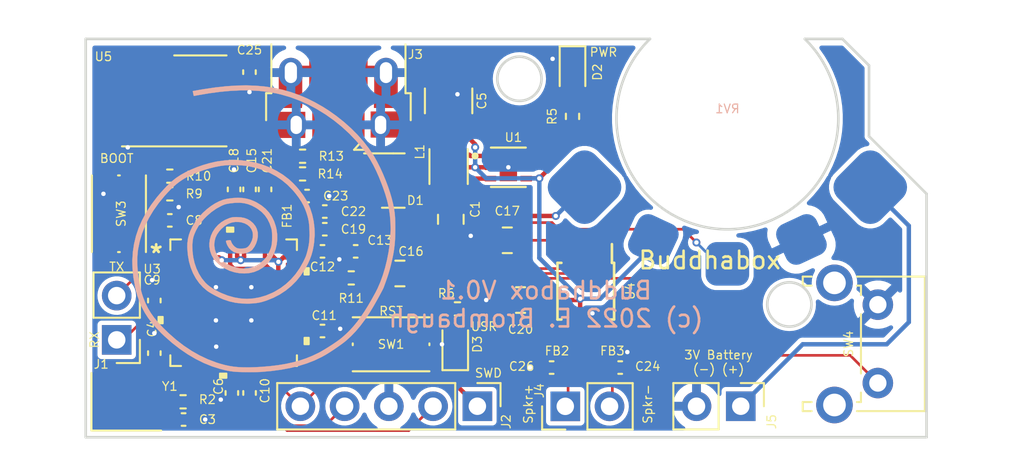
<source format=kicad_pcb>
(kicad_pcb (version 20211014) (generator pcbnew)
  (layers (0 "F.Cu" signal) (31 "B.Cu" signal) (34 "B.Paste" user) (35 "F.Paste" user) (36 "B.SilkS" user "B.Silkscreen") (37 "F.SilkS" user "F.Silkscreen") (38 "B.Mask" user) (39 "F.Mask" user) (44 "Edge.Cuts" user))
  (net 0 "")
  (net 1 "GND")
  (net 2 "Net-(C3-Pad1)")
  (net 3 "Net-(C4-Pad1)")
  (net 4 "+3.3V")
  (net 5 "+1V1")
  (net 6 "Net-(C13-Pad1)")
  (net 7 "Net-(C16-Pad2)")
  (net 8 "Net-(C17-Pad2)")
  (net 9 "/ADC_AVDD")
  (net 10 "Net-(D2-Pad2)")
  (net 11 "Net-(D3-Pad2)")
  (net 12 "Net-(FB2-Pad1)")
  (net 13 "Net-(FB3-Pad1)")
  (net 14 "/UART0_RX")
  (net 15 "/UART0_TX")
  (net 16 "/SWCLK")
  (net 17 "/SWDIO")
  (net 18 "/NRST")
  (net 19 "Vbus")
  (net 20 "Net-(J3-Pad2)")
  (net 21 "Net-(J3-Pad3)")
  (net 23 "Net-(R2-Pad2)")
  (net 24 "/LED")
  (net 25 "/QSPI_SS_N")
  (net 26 "Net-(R10-Pad2)")
  (net 27 "/PDM+")
  (net 28 "Net-(R13-Pad1)")
  (net 29 "Net-(R14-Pad1)")
  (net 30 "/BTN")
  (net 31 "/SD")
  (net 51 "/POT")
  (net 54 "/QSPI_SD3")
  (net 55 "/QSPI_SCLK")
  (net 56 "/QSPI_SD0")
  (net 57 "/QSPI_SD2")
  (net 58 "/QSPI_SD1")
  (net 60 "Net-(C24-Pad1)")
  (net 61 "Net-(C26-Pad1)")
  (net 63 "/Vraw")
  (net 64 "/Vbat")
  (net 65 "Net-(L1-Pad2)")
  (net 67 "/Vbat_sw")
  (footprint "Resistor_SMD:R_0402_1005Metric" (layer "F.Cu") (at 116.84 115.316 180)
    (fp_text reference "R11")
    (fp_text value "100")
  )
  (footprint "Resistor_SMD:R_0402_1005Metric" (layer "F.Cu") (at 114.046 109.347)
    (fp_text reference "R14")
    (fp_text value "27.5")
  )
  (footprint "Connector_PinHeader_2.54mm:PinHeader_1x02_P2.54mm_Vertical" (layer "F.Cu") (at 129.125 122.687 90)
    (fp_text reference "J4")
    (fp_text value "Speaker")
  )
  (footprint "Connector_PinHeader_2.54mm:PinHeader_1x02_P2.54mm_Vertical" (layer "F.Cu") (at 139.197 122.682 -90)
    (fp_text reference "J5")
    (fp_text value "Battery")
  )
  (footprint "Capacitor_SMD:C_0805_2012Metric" (layer "F.Cu") (at 119.634 115.062)
    (fp_text reference "C16")
    (fp_text value "10uf")
  )
  (footprint "Capacitor_SMD:C_0402_1005Metric" (layer "F.Cu") (at 110.114 110.236 90)
    (fp_text reference "C18")
    (fp_text value "0.1uf")
  )
  (footprint "Resistor_SMD:R_0402_1005Metric" (layer "F.Cu") (at 107.188 122.428)
    (fp_text reference "R2")
    (fp_text value "1k")
  )
  (footprint "Capacitor_SMD:C_0402_1005Metric" (layer "F.Cu") (at 110.998 103.505 -90)
    (fp_text reference "C25")
    (fp_text value "0.1uf")
  )
  (footprint "Resistor_SMD:R_0402_1005Metric" (layer "F.Cu") (at 114.046 108.331)
    (fp_text reference "R13")
    (fp_text value "27.5")
  )
  (footprint "Inductor_SMD:L_0402_1005Metric" (layer "F.Cu") (at 130.781 119.977 -90)
    (fp_text reference "FB3")
    (fp_text value "1k")
  )
  (footprint "Capacitor_SMD:C_0402_1005Metric" (layer "F.Cu") (at 111.892 110.236 90)
    (fp_text reference "C21")
    (fp_text value "0.1uf")
  )
  (footprint "LED_SMD:LED_0603_1608Metric" (layer "F.Cu") (at 122.809 119.126 90)
    (fp_text reference "D3")
    (fp_text value "LED Green")
  )
  (footprint "LED_SMD:LED_0603_1608Metric" (layer "F.Cu") (at 129.54 103.505 -90)
    (fp_text reference "D2")
    (fp_text value "LED Red")
  )
  (footprint "Connector_PinHeader_2.54mm:PinHeader_1x05_P2.54mm_Vertical" (layer "F.Cu") (at 124.079 122.682 -90)
    (fp_text reference "J2")
    (fp_text value "SWD")
  )
  (footprint "Capacitor_SMD:C_0402_1005Metric" (layer "F.Cu") (at 128.34 120.462 180)
    (fp_text reference "C26")
    (fp_text value "220pf")
  )
  (footprint "Capacitor_SMD:C_0402_1005Metric" (layer "F.Cu") (at 106.426 112.014)
    (fp_text reference "C8")
    (fp_text value "0.1uf")
  )
  (footprint "Capacitor_SMD:C_0402_1005Metric" (layer "F.Cu") (at 105.537 116.614 90)
    (fp_text reference "C9")
    (fp_text value "0.1uf")
  )
  (footprint "Button_Switch_SMD:SW_Push_1P1T_NO_CK_KMR2" (layer "F.Cu") (at 119.126 119.126 180)
    (fp_text reference "SW1")
    (fp_text value "SW_Push")
  )
  (footprint "Capacitor_SMD:C_0402_1005Metric" (layer "F.Cu") (at 105.537 119.634 90)
    (fp_text reference "C4")
    (fp_text value "27pf")
  )
  (footprint "emeb_library:SON65P200X200X80-7N" (layer "F.Cu") (at 125.857 108.966)
    (fp_text reference "U1")
    (fp_text value "TPS61291DRVR")
  )
  (footprint "Inductor_SMD:L_0402_1005Metric" (layer "F.Cu") (at 129.765 119.977 -90)
    (fp_text reference "FB2")
    (fp_text value "1k")
  )
  (footprint "Capacitor_SMD:C_0805_2012Metric" (layer "F.Cu") (at 126.558 116.586 180)
    (fp_text reference "C20")
    (fp_text value "10uf")
  )
  (footprint "Resistor_SMD:R_0402_1005Metric" (layer "F.Cu") (at 129.54 106.045 90)
    (fp_text reference "R5")
    (fp_text value "1k")
  )
  (footprint "Button_Switch_SMD:SW_Push_1P1T_NO_CK_KMR2" (layer "F.Cu") (at 103.505 111.633 -90)
    (fp_text reference "SW3")
    (fp_text value "SW_Push")
  )
  (footprint "Capacitor_SMD:C_0805_2012Metric" (layer "F.Cu") (at 122.555 111.953 -90)
    (fp_text reference "C1")
    (fp_text value "10uf")
  )
  (footprint "Capacitor_SMD:C_0402_1005Metric" (layer "F.Cu") (at 115.321 111.506)
    (fp_text reference "C22")
    (fp_text value "1uf")
  )
  (footprint "emeb_library:RP2040" (layer "F.Cu") (at 110.0886 116.7384)
    (fp_text reference "U3")
    (fp_text value "RP2040" hide)
  )
  (footprint "Inductor_SMD:L_Taiyo-Yuden_MD-2020" (layer "F.Cu") (at 122.428 108.926 90)
    (fp_text reference "L1")
    (fp_text value "3.3uH")
  )
  (footprint "Capacitor_SMD:C_0402_1005Metric" (layer "F.Cu") (at 107.216 123.444)
    (fp_text reference "C3")
    (fp_text value "27pf")
  )
  (footprint "Capacitor_SMD:C_0402_1005Metric" (layer "F.Cu") (at 115.321 112.522)
    (fp_text reference "C19")
    (fp_text value "0.1uf")
  )
  (footprint "Connector_USB:USB_Micro-B_Amphenol_10103594-0001LF_Horizontal" (layer "F.Cu") (at 116.078 104.648 180)
    (fp_text reference "J3")
    (fp_text value "USB_B_Micro")
  )
  (footprint "Capacitor_SMD:C_0402_1005Metric" (layer "F.Cu") (at 111.003 110.236 90)
    (fp_text reference "C15")
    (fp_text value "0.1uf")
  )
  (footprint "Capacitor_SMD:C_0402_1005Metric" (layer "F.Cu") (at 109.987 121.92 -90)
    (fp_text reference "C6")
    (fp_text value "0.1uf")
  )
  (footprint "Capacitor_SMD:C_0402_1005Metric" (layer "F.Cu") (at 111.003 121.92 -90)
    (fp_text reference "C10")
    (fp_text value "0.1uf")
  )
  (footprint "Package_SON:WSON-8-1EP_6x5mm_P1.27mm_EP3.4x4.3mm" (layer "F.Cu") (at 106.68 105.156)
    (fp_text reference "U5")
    (fp_text value "W25Q32JVZPIQ")
  )
  (footprint "Resistor_SMD:R_0402_1005Metric" (layer "F.Cu") (at 106.426 110.49 180)
    (fp_text reference "R9")
    (fp_text value "10k")
  )
  (footprint "Connector_PinHeader_2.54mm:PinHeader_1x02_P2.54mm_Vertical" (layer "F.Cu") (at 103.378 118.872 180)
    (fp_text reference "J1")
    (fp_text value "Serial")
  )
  (footprint "Package_SO:TSSOP-8_3x3mm_P0.65mm" (layer "F.Cu") (at 130.302 116.078 -90)
    (fp_text reference "U4")
    (fp_text value "PAM8302AAD")
  )
  (footprint "Capacitor_SMD:C_0402_1005Metric" (layer "F.Cu") (at 115.189 113.792)
    (fp_text reference "C12")
    (fp_text value "0.1uf")
  )
  (footprint "Button_Switch_THT:SW_Tactile_SPST_Angled_PTS645Vx83-2LFS" (layer "F.Cu") (at 147.066 116.851 -90)
    (fp_text reference "SW4")
    (fp_text value "SW_Push")
  )
  (footprint "Resistor_SMD:R_0402_1005Metric" (layer "F.Cu") (at 106.426 109.474 180)
    (fp_text reference "R10")
    (fp_text value "1k")
  )
  (footprint "Capacitor_SMD:C_0402_1005Metric" (layer "F.Cu") (at 117.094 113.792 180)
    (fp_text reference "C13")
    (fp_text value "0.1uf")
  )
  (footprint "Resistor_SMD:R_0402_1005Metric" (layer "F.Cu") (at 122.936 117.094)
    (fp_text reference "R6")
    (fp_text value "1k")
  )
  (footprint "Capacitor_SMD:C_0402_1005Metric" (layer "F.Cu") (at 115.189 118.364)
    (fp_text reference "C11")
    (fp_text value "0.1uf")
  )
  (footprint "Capacitor_SMD:C_0402_1005Metric" (layer "F.Cu") (at 132.277 120.462)
    (fp_text reference "C24")
    (fp_text value "220pf")
  )
  (footprint "Capacitor_SMD:C_0402_1005Metric" (layer "F.Cu") (at 114.305 110.617)
    (fp_text reference "C23")
    (fp_text value "1uf")
  )
  (footprint "Package_TO_SOT_SMD:SOT-23" (layer "F.Cu") (at 119.253 109.728)
    (fp_text reference "D1")
    (fp_text value "BAT54C")
  )
  (footprint "Crystal:Crystal_SMD_3225-4Pin_3.2x2.5mm" (layer "F.Cu") (at 103.929 122.428)
    (fp_text reference "Y1")
    (fp_text value "Crystal_4pin_SMD")
  )
  (footprint "Capacitor_SMD:C_1210_3225Metric" (layer "F.Cu") (at 122.428 105.156 90)
    (fp_text reference "C5")
    (fp_text value "22uf")
  )
  (footprint "Capacitor_SMD:C_0805_2012Metric" (layer "F.Cu") (at 125.796 113.157)
    (fp_text reference "C17")
    (fp_text value "10uf")
  )
  (footprint "Inductor_SMD:L_0402_1005Metric" (layer "F.Cu") (at 113.924 112.014 90)
    (fp_text reference "FB1")
    (fp_text value "1k")
  )
  (footprint "emeb_library:RV12" (layer "B.Cu") (at 138.43 106.109 180)
    (fp_text reference "RV1")
    (fp_text value "RV12")
  )
  (footprint "emeb_library:avatar" (layer "B.Cu") (at 111.633 111.252 180)
    (fp_text reference "Ref**" hide)
    (fp_text value "Val**" hide)
  )
  (gr_line (start 142.875 101.6) (end 145.034 101.6) (layer "Edge.Cuts") (width 0.15))
  (gr_line (start 149.86 124.46) (end 101.6 124.46) (layer "Edge.Cuts") (width 0.15))
  (gr_line (start 145.034 101.6) (end 146.558 103.124) (layer "Edge.Cuts") (width 0.15))
  (gr_line (start 101.6 101.6) (end 133.985 101.6) (layer "Edge.Cuts") (width 0.15))
  (gr_arc (start 142.875 101.6) (mid 138.43 112.526458) (end 133.985 101.6) (layer "Edge.Cuts") (width 0.15))
  (gr_circle (center 126.492 103.886) (end 127.762 103.886) (layer "Edge.Cuts") (width 0.15) (fill none))
  (gr_line (start 101.6 124.46) (end 101.6 101.6) (layer "Edge.Cuts") (width 0.15))
  (gr_line (start 149.86 110.49) (end 149.86 124.46) (layer "Edge.Cuts") (width 0.15))
  (gr_line (start 146.558 103.124) (end 146.558 107.188) (layer "Edge.Cuts") (width 0.15))
  (gr_line (start 149.86 110.49) (end 146.558 107.188) (layer "Edge.Cuts") (width 0.15))
  (gr_circle (center 141.986 116.84) (end 143.256 116.84) (layer "Edge.Cuts") (width 0.15) (fill none))
  (gr_text "Buddhabox V0.1\n(c) 2022 E. Brombaugh" (at 128.016 116.84) (layer "B.SilkS") (effects (font (size 1 1)) (justify mirror)))
  (gr_text "TX" (at 103.378 114.681) (layer "F.SilkS") (effects (font (size 0.5 0.5) (thickness 0.07))))
  (gr_text "Buddhabox" (at 137.414 114.3) (layer "F.SilkS") (effects (font (size 1 1))))
  (gr_text "Spkr-" (at 133.858 122.555 90) (layer "F.SilkS") (effects (font (size 0.5 0.5) (thickness 0.07))))
  (gr_text "Spkr+" (at 127 122.555 90) (layer "F.SilkS") (effects (font (size 0.5 0.5) (thickness 0.07))))
  (gr_text "RX" (at 102.108 118.872 90) (layer "F.SilkS") (effects (font (size 0.5 0.5) (thickness 0.07))))
  (gr_text "3V Battery\n(-) (+)" (at 137.922 120.142) (layer "F.SilkS") (effects (font (size 0.5 0.5) (thickness 0.07))))
  (gr_text "PWR" (at 131.318 102.362) (layer "F.SilkS") (effects (font (size 0.5 0.5) (thickness 0.07))))
  (gr_text "USR" (at 124.46 118.11) (layer "F.SilkS") (effects (font (size 0.5 0.5) (thickness 0.07))))
  (gr_text "SWD" (at 124.714 120.777) (layer "F.SilkS") (effects (font (size 0.5 0.5) (thickness 0.07))))
  (gr_text "BOOT" (at 103.378 108.458) (layer "F.SilkS") (effects (font (size 0.5 0.5) (thickness 0.07))))
  (gr_text "RST" (at 119.126 117.221) (layer "F.SilkS") (effects (font (size 0.5 0.5) (thickness 0.07))))
  (segment (start 114.803 106.413) (end 113.803 106.413) (width 0.254) (layer "F.Cu") (net 1))
  (segment (start 103.98 107.061) (end 103.98 107.79) (width 0.254) (layer "F.Cu") (net 1))
  (segment (start 113.643 103.263) (end 113.373 103.533) (width 0.254) (layer "F.Cu") (net 1))
  (segment (start 116.1555 114.2505) (end 116.614 113.792) (width 0.254) (layer "F.Cu") (net 1))
  (segment (start 128.4225 102.7175) (end 128.397 102.743) (width 0.254) (layer "F.Cu") (net 1))
  (segment (start 127.86 120.462) (end 127.098 120.462) (width 0.254) (layer "F.Cu") (net 1))
  (segment (start 121.247 118.326) (end 122.047 119.126) (width 0.254) (layer "F.Cu") (net 1))
  (segment (start 122.936 103.681) (end 122.936 104.775) (width 0.254) (layer "F.Cu") (net 1))
  (segment (start 129.54 102.7175) (end 128.4225 102.7175) (width 0.254) (layer "F.Cu") (net 1))
  (segment (start 115.801 110.843) (end 115.575 110.617) (width 0.254) (layer "F.Cu") (net 1))
  (segment (start 102.705 109.583) (end 102.705 110.401) (width 0.254) (layer "F.Cu") (net 1))
  (segment (start 110.114 109.098) (end 110.109 109.093) (width 0.254) (layer "F.Cu") (net 1))
  (segment (start 124.592 112.903) (end 124.846 113.157) (width 0.254) (layer "F.Cu") (net 1))
  (segment (start 122.047 119.126) (end 122.809 119.888) (width 0.254) (layer "F.Cu") (net 1))
  (segment (start 113.803 106.413) (end 113.683 106.533) (width 0.254) (layer "F.Cu") (net 1))
  (segment (start 117.063 103.263) (end 118.563 103.263) (width 0.254) (layer "F.Cu") (net 1))
  (segment (start 126.882 108.966) (end 125.857 108.966) (width 0.254) (layer "F.Cu") (net 1))
  (segment (start 115.801 111.506) (end 115.801 110.843) (width 0.254) (layer "F.Cu") (net 1))
  (segment (start 122.809 119.888) (end 122.809 119.9135) (width 0.254) (layer "F.Cu") (net 1))
  (segment (start 102.705 110.401) (end 102.616 110.49) (width 0.254) (layer "F.Cu") (net 1))
  (segment (start 109.451 122.4) (end 109.352 122.301) (width 0.254) (layer "F.Cu") (net 1))
  (segment (start 124.587 116.586) (end 125.608 116.586) (width 0.254) (layer "F.Cu") (net 1))
  (segment (start 110.998 103.985) (end 110.998 104.648) (width 0.254) (layer "F.Cu") (net 1))
  (segment (start 123.698 112.903) (end 124.592 112.903) (width 0.254) (layer "F.Cu") (net 1))
  (segment (start 110.114 109.756) (end 111.003 109.756) (width 0.254) (layer "F.Cu") (net 1))
  (segment (start 121.176 118.326) (end 121.247 118.326) (width 0.254) (layer "F.Cu") (net 1))
  (segment (start 111.003 122.4) (end 109.987 122.4) (width 0.254) (layer "F.Cu") (net 1))
  (segment (start 109.987 122.4) (end 109.451 122.4) (width 0.254) (layer "F.Cu") (net 1))
  (segment (start 106.906 112.014) (end 106.906 111.28) (width 0.254) (layer "F.Cu") (net 1))
  (segment (start 122.555 112.903) (end 123.698 112.903) (width 0.254) (layer "F.Cu") (net 1))
  (segment (start 132.757 119.644) (end 132.686 119.573) (width 0.254) (layer "F.Cu") (net 1))
  (segment (start 126.507 108.316) (end 125.857 108.966) (width 0.254) (layer "F.Cu") (net 1))
  (segment (start 132.757 120.462) (end 132.757 119.644) (width 0.254) (layer "F.Cu") (net 1))
  (segment (start 105.41 116.007) (end 105.537 116.134) (width 0.254) (layer "F.Cu") (net 1))
  (segment (start 105.537 119.154) (end 105.537 118.491) (width 0.254) (layer "F.Cu") (net 1))
  (segment (start 109.088599 120.142) (end 109.088599 119.262401) (width 0.254) (layer "F.Cu") (net 1))
  (segment (start 116.1555 114.2505) (end 116.1275 114.2505) (width 0.254) (layer "F.Cu") (net 1))
  (segment (start 105.41 115.443) (end 105.41 116.007) (width 0.254) (layer "F.Cu") (net 1))
  (segment (start 126.882 108.316) (end 126.507 108.316) (width 0.254) (layer "F.Cu") (net 1))
  (segment (start 107.696 123.444) (end 108.458 123.444) (width 0.254) (layer "F.Cu") (net 1))
  (segment (start 118.563 103.263) (end 118.833 103.533) (width 0.254) (layer "F.Cu") (net 1))
  (segment (start 111.892 109.756) (end 111.003 109.756) (width 0.254) (layer "F.Cu") (net 1))
  (segment (start 115.707 118.326) (end 115.669 118.364) (width 0.254) (layer "F.Cu") (net 1))
  (segment (start 130.627 117.404) (end 130.627 118.228) (width 0.254) (layer "F.Cu") (net 1))
  (segment (start 114.785 110.617) (end 115.575 110.617) (width 0.254) (layer "F.Cu") (net 1))
  (segment (start 117.076 118.326) (end 115.707 118.326) (width 0.254) (layer "F.Cu") (net 1))
  (segment (start 130.683 117.348) (end 130.627 117.404) (width 0.254) (layer "F.Cu") (net 1))
  (segment (start 115.801 112.522) (end 115.801 111.506) (width 0.254) (layer "F.Cu") (net 1))
  (segment (start 102.705 113.683) (end 102.705 110.579) (width 0.254) (layer "F.Cu") (net 1))
  (segment (start 103.98 107.79) (end 104.013 107.823) (width 0.254) (layer "F.Cu") (net 1))
  (segment (start 110.114 109.756) (end 110.114 109.098) (width 0.254) (layer "F.Cu") (net 1))
  (segment (start 115.143 103.263) (end 113.643 103.263) (width 0.254) (layer "F.Cu") (net 1))
  (segment (start 116.1275 114.2505) (end 115.669 113.792) (width 0.254) (layer "F.Cu") (net 1))
  (segment (start 102.705 110.579) (end 102.616 110.49) (width 0.254) (layer "F.Cu") (net 1))
  (segment (start 106.906 111.28) (end 106.934 111.252) (width 0.254) (layer "F.Cu") (net 1))
  (via (at 109.0726 115.8494) (size 0.4572) (drill 0.254) (layers "F.Cu" "B.Cu") (net 1))
  (via (at 116.205 118.237) (size 0.4572) (drill 0.254) (layers "F.Cu" "B.Cu") (net 1))
  (via (at 111.1046 115.8494) (size 0.4572) (drill 0.254) (layers "F.Cu" "B.Cu") (net 1))
  (via (at 128.397 102.743) (size 0.4572) (drill 0.254) (layers "F.Cu" "B.Cu") (net 1))
  (via (at 111.1046 117.7544) (size 0.4572) (drill 0.254) (layers "F.Cu" "B.Cu") (net 1))
  (via (at 132.686 119.573) (size 0.4572) (drill 0.254) (layers "F.Cu" "B.Cu") (net 1))
  (via (at 109.088599 119.262401) (size 0.4572) (drill 0.254) (layers "F.Cu" "B.Cu") (net 1))
  (via (at 108.458 123.444) (size 0.4572) (drill 0.254) (layers "F.Cu" "B.Cu") (net 1))
  (via (at 123.698 112.903) (size 0.4572) (drill 0.254) (layers "F.Cu" "B.Cu") (net 1))
  (via (at 109.0726 117.7544) (size 0.4572) (drill 0.254) (layers "F.Cu" "B.Cu") (net 1))
  (via (at 122.047 119.126) (size 0.4572) (drill 0.254) (layers "F.Cu" "B.Cu") (net 1))
  (via (at 102.616 110.49) (size 0.4572) (drill 0.254) (layers "F.Cu" "B.Cu") (net 1))
  (via (at 104.013 107.823) (size 0.4572) (drill 0.254) (layers "F.Cu" "B.Cu") (net 1))
  (via (at 124.587 116.586) (size 0.4572) (drill 0.254) (layers "F.Cu" "B.Cu") (net 1))
  (via (at 122.936 104.775) (size 0.4572) (drill 0.254) (layers "F.Cu" "B.Cu") (net 1))
  (via (at 105.537 118.491) (size 0.4572) (drill 0.254) (layers "F.Cu" "B.Cu") (net 1))
  (via (at 115.575 110.617) (size 0.4572) (drill 0.254) (layers "F.Cu" "B.Cu") (net 1))
  (via (at 130.683 117.348) (size 0.4572) (drill 0.254) (layers "F.Cu" "B.Cu") (net 1))
  (via (at 110.109 109.093) (size 0.4572) (drill 0.254) (layers "F.Cu" "B.Cu") (net 1))
  (via (at 105.41 115.443) (size 0.4572) (drill 0.254) (layers "F.Cu" "B.Cu") (net 1))
  (via (at 106.934 111.252) (size 0.4572) (drill 0.254) (layers "F.Cu" "B.Cu") (net 1))
  (via (at 116.1555 114.2505) (size 0.4572) (drill 0.254) (layers "F.Cu" "B.Cu") (net 1))
  (via (at 110.998 104.648) (size 0.4572) (drill 0.254) (layers "F.Cu" "B.Cu") (net 1))
  (via (at 125.857 108.966) (size 0.4572) (drill 0.254) (layers "F.Cu" "B.Cu") (net 1))
  (via (at 127.098 120.462) (size 0.4572) (drill 0.254) (layers "F.Cu" "B.Cu") (net 1))
  (via (at 109.352 122.301) (size 0.4572) (drill 0.254) (layers "F.Cu" "B.Cu") (net 1))
  (segment (start 106.736 123.444) (end 106.736 122.486) (width 0.1524) (layer "F.Cu") (net 2))
  (segment (start 106.678 122.428) (end 103.886 122.428) (width 0.1524) (layer "F.Cu") (net 2))
  (segment (start 103.036 123.278) (end 102.829 123.278) (width 0.1524) (layer "F.Cu") (net 2))
  (segment (start 106.736 122.486) (end 106.678 122.428) (width 0.1524) (layer "F.Cu") (net 2))
  (segment (start 103.886 122.428) (end 103.036 123.278) (width 0.1524) (layer "F.Cu") (net 2))
  (segment (start 108.546 121.578) (end 105.029 121.578) (width 0.1524) (layer "F.Cu") (net 3))
  (segment (start 109.488601 120.142) (end 109.488601 120.635399) (width 0.1524) (layer "F.Cu") (net 3))
  (segment (start 105.537 120.114) (end 105.029 120.622) (width 0.1524) (layer "F.Cu") (net 3))
  (segment (start 109.488601 120.635399) (end 108.546 121.578) (width 0.1524) (layer "F.Cu") (net 3))
  (segment (start 105.029 120.622) (end 105.029 121.578) (width 0.1524) (layer "F.Cu") (net 3))
  (segment (start 112.9426 114.1384) (end 112.654 114.427) (width 0.254) (layer "F.Cu") (net 4))
  (segment (start 110.2886 121.1384) (end 109.987 121.44) (width 0.254) (layer "F.Cu") (net 4))
  (segment (start 115.517 119.172) (end 114.709 118.364) (width 0.254) (layer "F.Cu") (net 4))
  (segment (start 111.125 107.442) (end 111.125 105.4575) (width 0.254) (layer "F.Cu") (net 4))
  (segment (start 112.655244 114.395798) (end 112.658947 114.392095) (width 0.254) (layer "F.Cu") (net 4))
  (segment (start 112.396602 114.1384) (end 112.288601 114.030399) (width 0.254) (layer "F.Cu") (net 4))
  (segment (start 109.2449 114.1384) (end 109.4065 114.3) (width 0.254) (layer "F.Cu") (net 4))
  (segment (start 124.079 122.682) (end 122.428 121.031) (width 0.254) (layer "F.Cu") (net 4))
  (segment (start 124.832 108.966) (end 123.952 108.966) (width 0.254) (layer "F.Cu") (net 4))
  (segment (start 105.918 112.042) (end 105.918 113.919) (width 0.254) (layer "F.Cu") (net 4))
  (segment (start 113.4922 114.1384) (end 112.9426 114.1384) (width 0.254) (layer "F.Cu") (net 4))
  (segment (start 108.082 117.348) (end 108.082 114.173) (width 0.254) (layer "F.Cu") (net 4))
  (segment (start 116.459 113.157) (end 115.076 113.157) (width 0.254) (layer "F.Cu") (net 4))
  (segment (start 112.654 114.395798) (end 112.396602 114.1384) (width 0.254) (layer "F.Cu") (net 4))
  (segment (start 113.4922 117.738401) (end 112.917401 117.738401) (width 0.254) (layer "F.Cu") (net 4))
  (segment (start 114.709 118.364) (end 114.083401 117.738401) (width 0.254) (layer "F.Cu") (net 4))
  (segment (start 117.775 119.172) (end 115.517 119.172) (width 0.254) (layer "F.Cu") (net 4))
  (segment (start 110.688599 113.3348) (end 110.688599 111.947401) (width 0.254) (layer "F.Cu") (net 4))
  (segment (start 112.654 117.475) (end 112.654 114.395798) (width 0.254) (layer "F.Cu") (net 4))
  (segment (start 129.906 116.586) (end 127.508 116.586) (width 0.254) (layer "F.Cu") (net 4))
  (segment (start 111.892 110.716) (end 112.456 110.152) (width 0.254) (layer "F.Cu") (net 4))
  (segment (start 111.003 110.744) (end 111.003 110.716) (width 0.254) (layer "F.Cu") (net 4))
  (segment (start 110.2886 114.0936) (end 110.495 114.3) (width 0.254) (layer "F.Cu") (net 4))
  (segment (start 116.967 112.649) (end 116.459 113.157) (width 0.254) (layer "F.Cu") (net 4))
  (segment (start 105.946 112.014) (end 105.918 112.042) (width 0.254) (layer "F.Cu") (net 4))
  (segment (start 123.952 107.647) (end 122.936 106.631) (width 0.254) (layer "F.Cu") (net 4))
  (segment (start 126.897 109.601) (end 126.882 109.616) (width 0.254) (layer "F.Cu") (net 4))
  (segment (start 115.076 113.157) (end 114.709 113.524) (width 0.254) (layer "F.Cu") (net 4))
  (segment (start 110.2886 113.3348) (end 110.2886 111.4584) (width 0.254) (layer "F.Cu") (net 4))
  (segment (start 129.977 116.515) (end 129.906 116.586) (width 0.254) (layer "F.Cu") (net 4))
  (segment (start 127.635 109.601) (end 126.897 109.601) (width 0.254) (layer "F.Cu") (net 4))
  (segment (start 112.456 108.773) (end 111.125 107.442) (width 0.254) (layer "F.Cu") (net 4))
  (segment (start 107.691599 117.738401) (end 108.082 117.348) (width 0.254) (layer "F.Cu") (net 4))
  (segment (start 112.288601 112.731499) (end 113.4911 111.529) (width 0.254) (layer "F.Cu") (net 4))
  (segment (start 112.288601 113.3348) (end 112.288601 112.731499) (width 0.254) (layer "F.Cu") (net 4))
  (segment (start 105.800401 117.738401) (end 105.537 117.475) (width 0.254) (layer "F.Cu") (net 4))
  (segment (start 113.924 111.529) (end 114.818 111.529) (width 0.254) (layer "F.Cu") (net 4))
  (segment (start 123.952 108.966) (end 119.507 108.966) (width 0.254) (layer "F.Cu") (net 4))
  (segment (start 105.916 111.984) (end 105.946 112.014) (width 0.254) (layer "F.Cu") (net 4))
  (segment (start 118.745 109.728) (end 117.856 109.728) (width 0.254) (layer "F.Cu") (net 4))
  (segment (start 110.2886 120.142) (end 110.2886 121.1384) (width 0.254) (layer "F.Cu") (net 4))
  (segment (start 119.634 121.031) (end 117.775 119.172) (width 0.254) (layer "F.Cu") (net 4))
  (segment (start 106.685 114.1384) (end 108.0474 114.1384) (width 0.254) (layer "F.Cu") (net 4))
  (segment (start 105.916 110.49) (end 105.916 111.984) (width 0.254) (layer "F.Cu") (net 4))
  (segment (start 110.2886 113.3348) (end 110.2886 114.0936) (width 0.254) (layer "F.Cu") (net 4))
  (segment (start 114.3626 114.1384) (end 114.709 113.792) (width 0.254) (layer "F.Cu") (net 4))
  (segment (start 112.456 110.152) (end 112.456 108.773) (width 0.254) (layer "F.Cu") (net 4))
  (segment (start 114.818 111.529) (end 114.841 111.506) (width 0.254) (layer "F.Cu") (net 4))
  (segment (start 129.54 106.555) (end 129.54 107.696) (width 0.254) (layer "F.Cu") (net 4))
  (segment (start 110.236 102.997) (end 110.97 102.997) (width 0.254) (layer "F.Cu") (net 4))
  (segment (start 122.428 121.031) (end 119.634 121.031) (width 0.254) (layer "F.Cu") (net 4))
  (segment (start 117.856 109.728) (end 116.967 110.617) (width 0.254) (layer "F.Cu") (net 4))
  (segment (start 110.495 114.3) (end 110.688599 114.106401) (width 0.254) (layer "F.Cu") (net 4))
  (segment (start 112.917401 117.738401) (end 112.654 117.475) (width 0.254) (layer "F.Cu") (net 4))
  (segment (start 123.952 107.823) (end 123.952 107.647) (width 0.254) (layer "F.Cu") (net 4))
  (segment (start 129.54 107.696) (end 127.635 109.601) (width 0.254) (layer "F.Cu") (net 4))
  (segment (start 114.709 113.524) (end 114.709 113.792) (width 0.254) (layer "F.Cu") (net 4))
  (segment (start 112.654 114.395798) (end 112.655244 114.395798) (width 0.254) (layer "F.Cu") (net 4))
  (segment (start 110.97 102.997) (end 110.998 103.025) (width 0.254) (layer "F.Cu") (net 4))
  (segment (start 112.288601 114.030399) (end 112.288601 113.3348) (width 0.254) (layer "F.Cu") (net 4))
  (segment (start 106.685 114.1384) (end 106.1374 114.1384) (width 0.254) (layer "F.Cu") (net 4))
  (segment (start 108.0474 114.1384) (end 109.2449 114.1384) (width 0.254) (layer "F.Cu") (net 4))
  (segment (start 109.982 103.251) (end 109.38 103.251) (width 0.254) (layer "F.Cu") (net 4))
  (segment (start 113.4911 111.529) (end 113.924 111.529) (width 0.254) (layer "F.Cu") (net 4))
  (segment (start 106.685 117.738401) (end 107.691599 117.738401) (width 0.254) (layer "F.Cu") (net 4))
  (segment (start 114.083401 117.738401) (end 113.4922 117.738401) (width 0.254) (layer "F.Cu") (net 4))
  (segment (start 113.4922 114.1384) (end 114.3626 114.1384) (width 0.254) (layer "F.Cu") (net 4))
  (segment (start 108.082 114.173) (end 108.0474 114.1384) (width 0.254) (layer "F.Cu") (net 4))
  (segment (start 108.082 118.11) (end 107.710401 117.738401) (width 0.254) (layer "F.Cu") (net 4))
  (segment (start 108.336 118.745) (end 108.082 118.491) (width 0.254) (layer "F.Cu") (net 4))
  (segment (start 110.2886 111.4584) (end 111.003 110.744) (width 0.254) (layer "F.Cu") (net 4))
  (segment (start 108.082 118.491) (end 108.082 118.11) (width 0.254) (layer "F.Cu") (net 4))
  (segment (start 129.977 116.515) (end 129.977 118.228) (width 0.254) (layer "F.Cu") (net 4))
  (segment (start 111.125 105.4575) (end 110.236 104.5685) (width 0.254) (layer "F.Cu") (net 4))
  (segment (start 107.710401 117.738401) (end 107.691599 117.738401) (width 0.254) (layer "F.Cu") (net 4))
  (segment (start 110.2886 120.142) (end 110.2886 119.1736) (width 0.254) (layer "F.Cu") (net 4))
  (segment (start 106.685 117.738401) (end 105.800401 117.738401) (width 0.254) (layer "F.Cu") (net 4))
  (segment (start 105.537 117.475) (end 105.537 117.094) (width 0.254) (layer "F.Cu") (net 4))
  (segment (start 111.892 110.744) (end 111.892 110.716) (width 0.254) (layer "F.Cu") (net 4))
  (segment (start 110.236 104.5685) (end 110.236 102.997) (width 0.254) (layer "F.Cu") (net 4))
  (segment (start 110.236 102.997) (end 109.982 103.251) (width 0.254) (layer "F.Cu") (net 4))
  (segment (start 116.967 110.617) (end 116.967 112.649) (width 0.254) (layer "F.Cu") (net 4))
  (segment (start 106.1374 114.1384) (end 105.918 113.919) (width 0.254) (layer "F.Cu") (net 4))
  (segment (start 119.507 108.966) (end 118.745 109.728) (width 0.254) (layer "F.Cu") (net 4))
  (segment (start 110.2886 119.1736) (end 109.86 118.745) (width 0.254) (layer "F.Cu") (net 4))
  (segment (start 110.688599 111.947401) (end 111.892 110.744) (width 0.254) (layer "F.Cu") (net 4))
  (segment (start 110.688599 114.106401) (end 110.688599 113.3348) (width 0.254) (layer "F.Cu") (net 4))
  (segment (start 109.86 118.745) (end 108.336 118.745) (width 0.254) (layer "F.Cu") (net 4))
  (via (at 127.635 109.601) (size 0.4572) (drill 0.254) (layers "F.Cu" "B.Cu") (net 4))
  (via (at 112.658947 114.392095) (size 0.4572) (drill 0.254) (layers "F.Cu" "B.Cu") (net 4))
  (via (at 110.495 114.3) (size 0.4572) (drill 0.254) (layers "F.Cu" "B.Cu") (net 4))
  (via (at 129.977 116.515) (size 0.4572) (drill 0.254) (layers "F.Cu" "B.Cu") (net 4))
  (via (at 109.4065 114.3) (size 0.4572) (drill 0.254) (layers "F.Cu" "B.Cu") (net 4))
  (via (at 123.952 107.823) (size 0.4572) (drill 0.254) (layers "F.Cu" "B.Cu") (net 4))
  (via (at 123.952 108.966) (size 0.4572) (drill 0.254) (layers "F.Cu" "B.Cu") (net 4))
  (segment (start 124.587 109.601) (end 127.635 109.601) (width 0.254) (layer "B.Cu") (net 4))
  (segment (start 123.952 108.966) (end 123.952 107.823) (width 0.254) (layer "B.Cu") (net 4))
  (segment (start 112.566852 114.3) (end 112.658947 114.392095) (width 0.254) (layer "B.Cu") (net 4))
  (segment (start 129.977 116.515) (end 127.635 114.173) (width 0.254) (layer "B.Cu") (net 4))
  (segment (start 127.635 114.173) (end 127.635 109.601) (width 0.254) (layer "B.Cu") (net 4))
  (segment (start 110.495 114.3) (end 112.566852 114.3) (width 0.254) (layer "B.Cu") (net 4))
  (segment (start 131.135 116.515) (end 134.18 113.47) (width 0.254) (layer "B.Cu") (net 4))
  (segment (start 123.952 108.966) (end 124.587 109.601) (width 0.254) (layer "B.Cu") (net 4))
  (segment (start 110.495 114.3) (end 109.4065 114.3) (width 0.254) (layer "B.Cu") (net 4))
  (segment (start 134.18 113.47) (end 134.18 113.109) (width 0.254) (layer "B.Cu") (net 4))
  (segment (start 129.977 116.515) (end 131.135 116.515) (width 0.254) (layer "B.Cu") (net 4))
  (segment (start 111.888599 114.550599) (end 112.146 114.808) (width 0.254) (layer "F.Cu") (net 5))
  (segment (start 110.114 114.808) (end 112.146 114.808) (width 0.254) (layer "F.Cu") (net 5))
  (segment (start 111.888599 112.525401) (end 113.797 110.617) (width 0.254) (layer "F.Cu") (net 5))
  (segment (start 109.8886 110.9414) (end 110.114 110.716) (width 0.254) (layer "F.Cu") (net 5))
  (segment (start 113.797 110.617) (end 113.825 110.617) (width 0.254) (layer "F.Cu") (net 5))
  (segment (start 111.888599 113.3348) (end 111.888599 112.525401) (width 0.254) (layer "F.Cu") (net 5))
  (segment (start 111.13 118.745) (end 110.688599 119.186401) (width 0.254) (layer "F.Cu") (net 5))
  (segment (start 111.892 118.745) (end 111.13 118.745) (width 0.254) (layer "F.Cu") (net 5))
  (segment (start 109.8886 113.3348) (end 109.8886 110.9414) (width 0.254) (layer "F.Cu") (net 5))
  (segment (start 110.114 114.808) (end 112.146 114.808) (width 0.254) (layer "F.Cu") (net 5))
  (segment (start 109.8886 114.5826) (end 110.114 114.808) (width 0.254) (layer "F.Cu") (net 5))
  (segment (start 110.688599 121.125599) (end 111.003 121.44) (width 0.254) (layer "F.Cu") (net 5))
  (segment (start 110.688599 119.186401) (end 110.688599 120.142) (width 0.254) (layer "F.Cu") (net 5))
  (segment (start 112.146 114.808) (end 112.146 118.491) (width 0.254) (layer "F.Cu") (net 5))
  (segment (start 112.146 118.491) (end 111.892 118.745) (width 0.254) (layer "F.Cu") (net 5))
  (segment (start 111.888599 113.3348) (end 111.888599 114.550599) (width 0.254) (layer "F.Cu") (net 5))
  (segment (start 109.8886 113.3348) (end 109.8886 114.5826) (width 0.254) (layer "F.Cu") (net 5))
  (segment (start 110.688599 120.142) (end 110.688599 121.125599) (width 0.254) (layer "F.Cu") (net 5))
  (segment (start 117.574 113.792) (end 117.35 114.016) (width 0.1524) (layer "F.Cu") (net 6))
  (segment (start 117.35 115.316) (end 118.43 115.316) (width 0.1524) (layer "F.Cu") (net 6))
  (segment (start 118.43 115.316) (end 118.684 115.062) (width 0.1524) (layer "F.Cu") (net 6))
  (segment (start 117.35 114.016) (end 117.35 115.316) (width 0.1524) (layer "F.Cu") (net 6))
  (segment (start 129.977 114.6304) (end 129.977 113.928) (width 0.1524) (layer "F.Cu") (net 7))
  (segment (start 120.584 115.062) (end 120.8634 114.7826) (width 0.1524) (layer "F.Cu") (net 7))
  (segment (start 129.8248 114.7826) (end 129.977 114.6304) (width 0.1524) (layer "F.Cu") (net 7))
  (segment (start 120.8634 114.7826) (end 129.8248 114.7826) (width 0.1524) (layer "F.Cu") (net 7))
  (segment (start 126.746 113.157) (end 129.159 113.157) (width 0.1524) (layer "F.Cu") (net 8))
  (segment (start 129.159 113.157) (end 129.327 113.325) (width 0.1524) (layer "F.Cu") (net 8))
  (segment (start 129.327 113.325) (end 129.327 113.928) (width 0.1524) (layer "F.Cu") (net 8))
  (segment (start 114.841 112.522) (end 113.947 112.522) (width 0.254) (layer "F.Cu") (net 9))
  (segment (start 113.947 112.522) (end 113.924 112.499) (width 0.254) (layer "F.Cu") (net 9))
  (segment (start 112.6886 112.870316) (end 113.059916 112.499) (width 0.254) (layer "F.Cu") (net 9))
  (segment (start 113.059916 112.499) (end 113.924 112.499) (width 0.254) (layer "F.Cu") (net 9))
  (segment (start 112.6886 113.3348) (end 112.6886 112.870316) (width 0.254) (layer "F.Cu") (net 9))
  (segment (start 129.54 104.2925) (end 129.54 105.535) (width 0.1524) (layer "F.Cu") (net 10))
  (segment (start 122.809 117.731) (end 122.809 118.3385) (width 0.1524) (layer "F.Cu") (net 11))
  (segment (start 123.446 117.094) (end 122.809 117.731) (width 0.1524) (layer "F.Cu") (net 11))
  (segment (start 129.327 119.054) (end 129.765 119.492) (width 0.1524) (layer "F.Cu") (net 12))
  (segment (start 129.327 118.228) (end 129.327 119.054) (width 0.1524) (layer "F.Cu") (net 12))
  (segment (start 131.277 118.228) (end 131.277 118.996) (width 0.1524) (layer "F.Cu") (net 13))
  (segment (start 131.277 118.996) (end 130.781 119.492) (width 0.1524) (layer "F.Cu") (net 13))
  (segment (start 106.685 114.938401) (end 105.303941 114.938401) (width 0.1524) (layer "F.Cu") (net 14))
  (segment (start 104.775 117.856) (end 103.759 118.872) (width 0.1524) (layer "F.Cu") (net 14))
  (segment (start 105.303941 114.938401) (end 104.775 115.467342) (width 0.1524) (layer "F.Cu") (net 14))
  (segment (start 103.759 118.872) (end 103.378 118.872) (width 0.1524) (layer "F.Cu") (net 14))
  (segment (start 104.775 115.467342) (end 104.775 117.856) (width 0.1524) (layer "F.Cu") (net 14))
  (segment (start 105.171601 114.538399) (end 103.378 116.332) (width 0.1524) (layer "F.Cu") (net 15))
  (segment (start 106.685 114.538399) (end 105.171601 114.538399) (width 0.1524) (layer "F.Cu") (net 15))
  (segment (start 112.3696 122.011242) (end 112.3696 123.2916) (width 0.1524) (layer "F.Cu") (net 16))
  (segment (start 113.157 124.079) (end 120.142 124.079) (width 0.1524) (layer "F.Cu") (net 16))
  (segment (start 111.088601 120.142) (end 111.088601 120.730243) (width 0.1524) (layer "F.Cu") (net 16))
  (segment (start 111.088601 120.730243) (end 112.3696 122.011242) (width 0.1524) (layer "F.Cu") (net 16))
  (segment (start 112.3696 123.2916) (end 113.157 124.079) (width 0.1524) (layer "F.Cu") (net 16))
  (segment (start 120.142 124.079) (end 121.539 122.682) (width 0.1524) (layer "F.Cu") (net 16))
  (segment (start 112.649 123.063) (end 113.3856 123.7996) (width 0.1524) (layer "F.Cu") (net 17))
  (segment (start 112.649 121.89551) (end 112.649 123.063) (width 0.1524) (layer "F.Cu") (net 17))
  (segment (start 115.3414 123.7996) (end 116.459 122.682) (width 0.1524) (layer "F.Cu") (net 17))
  (segment (start 113.3856 123.7996) (end 115.3414 123.7996) (width 0.1524) (layer "F.Cu") (net 17))
  (segment (start 111.4886 120.73511) (end 112.649 121.89551) (width 0.1524) (layer "F.Cu") (net 17))
  (segment (start 111.4886 120.142) (end 111.4886 120.73511) (width 0.1524) (layer "F.Cu") (net 17))
  (segment (start 112.527 121.29) (end 112.527 121.285) (width 0.1524) (layer "F.Cu") (net 18))
  (segment (start 111.888599 120.646599) (end 111.888599 120.142) (width 0.1524) (layer "F.Cu") (net 18))
  (segment (start 113.919 122.682) (end 116.675 119.926) (width 0.1524) (layer "F.Cu") (net 18))
  (segment (start 116.675 119.926) (end 117.076 119.926) (width 0.1524) (layer "F.Cu") (net 18))
  (segment (start 113.919 122.682) (end 112.527 121.29) (width 0.1524) (layer "F.Cu") (net 18))
  (segment (start 112.527 121.285) (end 111.888599 120.646599) (width 0.1524) (layer "F.Cu") (net 18))
  (segment (start 117.403 107.8655) (end 118.3155 108.778) (width 0.254) (layer "F.Cu") (net 19))
  (segment (start 117.403 106.413) (end 117.403 107.8655) (width 0.254) (layer "F.Cu") (net 19))
  (segment (start 115.189 109.347) (end 116.753 107.783) (width 0.1524) (layer "F.Cu") (net 20))
  (segment (start 114.556 109.347) (end 115.189 109.347) (width 0.1524) (layer "F.Cu") (net 20))
  (segment (start 116.753 107.783) (end 116.753 106.413) (width 0.1524) (layer "F.Cu") (net 20))
  (segment (start 114.556 108.331) (end 115.443 108.331) (width 0.1524) (layer "F.Cu") (net 21))
  (segment (start 115.443 108.331) (end 116.103 107.671) (width 0.1524) (layer "F.Cu") (net 21))
  (segment (start 116.103 107.671) (end 116.103 106.413) (width 0.1524) (layer "F.Cu") (net 21))
  (segment (start 109.8886 120.142) (end 109.8886 120.7434) (width 0.1524) (layer "F.Cu") (net 23))
  (segment (start 109.8886 120.7434) (end 108.204 122.428) (width 0.1524) (layer "F.Cu") (net 23))
  (segment (start 108.204 122.428) (end 107.698 122.428) (width 0.1524) (layer "F.Cu") (net 23))
  (segment (start 122.3452 117.1748) (end 122.426 117.094) (width 0.1524) (layer "F.Cu") (net 24))
  (segment (start 113.4922 117.338399) (end 114.459243 117.338399) (width 0.1524) (layer "F.Cu") (net 24))
  (segment (start 114.459243 117.338399) (end 114.622842 117.1748) (width 0.1524) (layer "F.Cu") (net 24))
  (segment (start 114.622842 117.1748) (end 122.3452 117.1748) (width 0.1524) (layer "F.Cu") (net 24))
  (segment (start 107.442 109.474) (end 107.4886 109.4274) (width 0.1524) (layer "F.Cu") (net 25))
  (segment (start 106.936 109.474) (end 107.442 109.474) (width 0.1524) (layer "F.Cu") (net 25))
  (segment (start 107.4886 110.6932) (end 107.4886 111.4594) (width 0.1524) (layer "F.Cu") (net 25))
  (segment (start 107.4886 109.4274) (end 107.4886 110.4096) (width 0.1524) (layer "F.Cu") (net 25))
  (segment (start 102.843 108.053922) (end 103.602679 108.8136) (width 0.1524) (layer "F.Cu") (net 25))
  (segment (start 107.2896 108.8136) (end 107.4886 109.0126) (width 0.1524) (layer "F.Cu") (net 25))
  (segment (start 103.98 103.251) (end 102.843 104.388) (width 0.1524) (layer "F.Cu") (net 25))
  (segment (start 107.0184 110.4096) (end 106.938 110.49) (width 0.1524) (layer "F.Cu") (net 25))
  (segment (start 107.4886 109.0126) (end 107.4886 109.4274) (width 0.1524) (layer "F.Cu") (net 25))
  (segment (start 102.843 104.388) (end 102.843 108.053922) (width 0.1524) (layer "F.Cu") (net 25))
  (segment (start 107.4886 110.4096) (end 107.0164 110.4096) (width 0.1524) (layer "F.Cu") (net 25))
  (segment (start 107.4886 110.4096) (end 107.4886 110.714) (width 0.1524) (layer "F.Cu") (net 25))
  (segment (start 107.0164 110.4096) (end 106.936 110.49) (width 0.1524) (layer "F.Cu") (net 25))
  (segment (start 103.632 108.8136) (end 107.2896 108.8136) (width 0.1524) (layer "F.Cu") (net 25))
  (segment (start 107.4886 111.4594) (end 107.4886 113.3348) (width 0.1524) (layer "F.Cu") (net 25))
  (segment (start 104.305 109.583) (end 104.305 113.683) (width 0.1524) (layer "F.Cu") (net 26))
  (segment (start 105.807 109.583) (end 104.305 109.583) (width 0.1524) (layer "F.Cu") (net 26))
  (segment (start 105.916 109.474) (end 105.807 109.583) (width 0.1524) (layer "F.Cu") (net 26))
  (segment (start 113.4922 116.138401) (end 114.239599 116.138401) (width 0.2) (layer "F.Cu") (net 27))
  (segment (start 114.239599 116.138401) (end 115.062 115.316) (width 0.2) (layer "F.Cu") (net 27))
  (segment (start 115.062 115.316) (end 116.33 115.316) (width 0.2) (layer "F.Cu") (net 27))
  (segment (start 111.088601 112.429333) (end 113.0046 110.513334) (width 0.1524) (layer "F.Cu") (net 28))
  (segment (start 113.0046 108.8624) (end 113.536 108.331) (width 0.1524) (layer "F.Cu") (net 28))
  (segment (start 111.088601 113.3348) (end 111.088601 112.429333) (width 0.1524) (layer "F.Cu") (net 28))
  (segment (start 113.0046 110.513334) (end 113.0046 108.8624) (width 0.1524) (layer "F.Cu") (net 28))
  (segment (start 111.4886 113.3348) (end 111.4886 112.424466) (width 0.1524) (layer "F.Cu") (net 29))
  (segment (start 111.4886 112.424466) (end 113.284 110.629066) (width 0.1524) (layer "F.Cu") (net 29))
  (segment (start 113.284 109.599) (end 113.536 109.347) (width 0.1524) (layer "F.Cu") (net 29))
  (segment (start 113.284 110.629066) (end 113.284 109.599) (width 0.1524) (layer "F.Cu") (net 29))
  (segment (start 113.4922 116.9384) (end 113.5352 116.8954) (width 0.1524) (layer "F.Cu") (net 30))
  (segment (start 145.476 119.761) (end 147.066 121.351) (width 0.1524) (layer "F.Cu") (net 30))
  (segment (start 121.7376 116.8954) (end 123.2916 115.3414) (width 0.1524) (layer "F.Cu") (net 30))
  (segment (start 139.192 119.761) (end 145.476 119.761) (width 0.1524) (layer "F.Cu") (net 30))
  (segment (start 123.2916 115.3414) (end 134.7724 115.3414) (width 0.1524) (layer "F.Cu") (net 30))
  (segment (start 134.7724 115.3414) (end 139.192 119.761) (width 0.1524) (layer "F.Cu") (net 30))
  (segment (start 113.5352 116.8954) (end 121.7376 116.8954) (width 0.1524) (layer "F.Cu") (net 30))
  (segment (start 114.26839 116.5384) (end 114.53719 116.2696) (width 0.1524) (layer "F.Cu") (net 31))
  (segment (start 121.6014 116.2696) (end 122.809 115.062) (width 0.1524) (layer "F.Cu") (net 31))
  (segment (start 130.6494 115.062) (end 131.277 114.4344) (width 0.1524) (layer "F.Cu") (net 31))
  (segment (start 114.53719 116.2696) (end 121.6014 116.2696) (width 0.1524) (layer "F.Cu") (net 31))
  (segment (start 131.277 114.4344) (end 131.277 113.928) (width 0.1524) (layer "F.Cu") (net 31))
  (segment (start 113.4922 116.5384) (end 114.26839 116.5384) (width 0.1524) (layer "F.Cu") (net 31))
  (segment (start 122.809 115.062) (end 130.6494 115.062) (width 0.1524) (layer "F.Cu") (net 31))
  (segment (start 124.369078 114.046) (end 120.142 114.046) (width 0.1524) (layer "F.Cu") (net 51))
  (segment (start 125.283722 114.0852) (end 124.408278 114.0852) (width 0.1524) (layer "F.Cu") (net 51))
  (segment (start 125.5492 113.792) (end 125.5492 113.819722) (width 0.1524) (layer "F.Cu") (net 51))
  (segment (start 128.746922 112.522) (end 128.365922 112.141) (width 0.1524) (layer "F.Cu") (net 51))
  (segment (start 128.365922 112.141) (end 126.253539 112.141) (width 0.1524) (layer "F.Cu") (net 51))
  (segment (start 116.8768 115.7338) (end 116.8768 115.064513) (width 0.1524) (layer "F.Cu") (net 51))
  (segment (start 125.857 113.792) (end 125.5492 113.792) (width 0.1524) (layer "F.Cu") (net 51))
  (segment (start 116.494587 114.6823) (end 115.1877 114.6823) (width 0.1524) (layer "F.Cu") (net 51))
  (segment (start 119.634 114.554) (end 119.634 115.57) (width 0.1524) (layer "F.Cu") (net 51))
  (segment (start 119.634 115.57) (end 119.2138 115.9902) (width 0.1524) (layer "F.Cu") (net 51))
  (segment (start 126.253539 112.141) (end 125.857 112.537539) (width 0.1524) (layer "F.Cu") (net 51))
  (segment (start 119.2138 115.9902) (end 117.1332 115.9902) (width 0.1524) (layer "F.Cu") (net 51))
  (segment (start 124.408278 114.0852) (end 124.369078 114.046) (width 0.1524) (layer "F.Cu") (net 51))
  (segment (start 120.142 114.046) (end 119.634 114.554) (width 0.1524) (layer "F.Cu") (net 51))
  (segment (start 115.1877 114.6823) (end 114.131601 115.738399) (width 0.1524) (layer "F.Cu") (net 51))
  (segment (start 117.1332 115.9902) (end 116.8768 115.7338) (width 0.1524) (layer "F.Cu") (net 51))
  (segment (start 116.8768 115.064513) (end 116.494587 114.6823) (width 0.1524) (layer "F.Cu") (net 51))
  (segment (start 125.857 112.537539) (end 125.857 113.792) (width 0.1524) (layer "F.Cu") (net 51))
  (segment (start 125.5492 113.819722) (end 125.283722 114.0852) (width 0.1524) (layer "F.Cu") (net 51))
  (segment (start 136.652 113.284) (end 135.89 112.522) (width 0.1524) (layer "F.Cu") (net 51))
  (segment (start 114.131601 115.738399) (end 113.4922 115.738399) (width 0.1524) (layer "F.Cu") (net 51))
  (segment (start 135.89 112.522) (end 128.746922 112.522) (width 0.1524) (layer "F.Cu") (net 51))
  (via (at 136.652 113.284) (size 0.4572) (drill 0.254) (layers "F.Cu" "B.Cu") (net 51))
  (segment (start 136.652 113.284) (end 137.16 113.792) (width 0.1524) (layer "B.Cu") (net 51))
  (segment (start 137.16 113.792) (end 137.713 113.792) (width 0.1524) (layer "B.Cu") (net 51))
  (segment (start 109.488601 108.316399) (end 110.2614 107.5436) (width 0.1524) (layer "F.Cu") (net 54))
  (segment (start 110.2614 107.5436) (end 110.2614 105.4024) (width 0.1524) (layer "F.Cu") (net 54))
  (segment (start 109.488601 113.3348) (end 109.488601 108.316399) (width 0.1524) (layer "F.Cu") (net 54))
  (segment (start 110.2614 105.4024) (end 109.38 104.521) (width 0.1524) (layer "F.Cu") (net 54))
  (segment (start 109.982 107.3785) (end 109.982 106.393) (width 0.1524) (layer "F.Cu") (net 55))
  (segment (start 109.982 106.393) (end 109.38 105.791) (width 0.1524) (layer "F.Cu") (net 55))
  (segment (start 109.088599 113.3348) (end 109.088599 108.271901) (width 0.1524) (layer "F.Cu") (net 55))
  (segment (start 109.088599 108.271901) (end 109.982 107.3785) (width 0.1524) (layer "F.Cu") (net 55))
  (segment (start 108.6886 113.3348) (end 108.6886 107.7524) (width 0.1524) (layer "F.Cu") (net 56))
  (segment (start 108.6886 107.7524) (end 109.38 107.061) (width 0.1524) (layer "F.Cu") (net 56))
  (segment (start 103.4018 107.822458) (end 103.4018 106.3692) (width 0.1524) (layer "F.Cu") (net 57))
  (segment (start 108.288601 108.669601) (end 107.8738 108.2548) (width 0.1524) (layer "F.Cu") (net 57))
  (segment (start 103.834142 108.2548) (end 103.4018 107.822458) (width 0.1524) (layer "F.Cu") (net 57))
  (segment (start 103.4018 106.3692) (end 103.98 105.791) (width 0.1524) (layer "F.Cu") (net 57))
  (segment (start 107.8738 108.2548) (end 103.834142 108.2548) (width 0.1524) (layer "F.Cu") (net 57))
  (segment (start 108.288601 113.3348) (end 108.288601 108.669601) (width 0.1524) (layer "F.Cu") (net 57))
  (segment (start 103.98 104.521) (end 103.9622 104.521) (width 0.1524) (layer "F.Cu") (net 58))
  (segment (start 107.6452 108.5342) (end 107.888599 108.777599) (width 0.1524) (layer "F.Cu") (net 58))
  (segment (start 107.888599 108.777599) (end 107.888599 110.491667) (width 0.1524) (layer "F.Cu") (net 58))
  (segment (start 103.1224 107.93819) (end 103.71841 108.5342) (width 0.1524) (layer "F.Cu") (net 58))
  (segment (start 103.1224 105.3608) (end 103.1224 107.93819) (width 0.1524) (layer "F.Cu") (net 58))
  (segment (start 107.888599 110.49) (end 107.888599 113.3348) (width 0.1524) (layer "F.Cu") (net 58))
  (segment (start 103.71841 108.5342) (end 107.6452 108.5342) (width 0.1524) (layer "F.Cu") (net 58))
  (segment (start 103.9622 104.521) (end 103.1224 105.3608) (width 0.1524) (layer "F.Cu") (net 58))
  (segment (start 130.781 120.462) (end 131.797 120.462) (width 0.1524) (layer "F.Cu") (net 60))
  (segment (start 131.826 120.467) (end 131.826 122.748) (width 0.1524) (layer "F.Cu") (net 60))
  (segment (start 129.765 120.462) (end 128.82 120.462) (width 0.1524) (layer "F.Cu") (net 61))
  (segment (start 129.286 120.894) (end 129.286 122.748) (width 0.1524) (layer "F.Cu") (net 61))
  (segment (start 128.82 120.462) (end 129.252 120.894) (width 0.1524) (layer "F.Cu") (net 61))
  (segment (start 123.586 109.616) (end 124.832 109.616) (width 0.254) (layer "F.Cu") (net 63))
  (segment (start 120.1905 109.728) (end 122.301 109.728) (width 0.254) (layer "F.Cu") (net 63))
  (segment (start 123.571 109.601) (end 123.586 109.616) (width 0.254) (layer "F.Cu") (net 63))
  (segment (start 122.428 109.601) (end 122.428 110.876) (width 0.254) (layer "F.Cu") (net 63))
  (segment (start 122.301 109.728) (end 122.428 109.601) (width 0.254) (layer "F.Cu") (net 63))
  (segment (start 122.428 109.601) (end 123.571 109.601) (width 0.254) (layer "F.Cu") (net 63))
  (segment (start 122.428 110.876) (end 122.555 111.003) (width 0.254) (layer "F.Cu") (net 63))
  (segment (start 148.844 117.856) (end 148.844 112.323) (width 0.254) (layer "B.Cu") (net 64))
  (segment (start 147.574 119.126) (end 148.844 117.856) (width 0.254) (layer "B.Cu") (net 64))
  (segment (start 142.753 119.126) (end 147.574 119.126) (width 0.254) (layer "B.Cu") (net 64))
  (segment (start 139.197 122.682) (end 142.753 119.126) (width 0.254) (layer "B.Cu") (net 64))
  (segment (start 148.844 112.323) (end 146.63 110.109) (width 0.254) (layer "B.Cu") (net 64))
  (segment (start 123.618 108.251) (end 123.683 108.316) (width 0.254) (layer "F.Cu") (net 65))
  (segment (start 122.428 108.251) (end 123.618 108.251) (width 0.254) (layer "F.Cu") (net 65))
  (segment (start 123.683 108.316) (end 124.832 108.316) (width 0.254) (layer "F.Cu") (net 65))
  (segment (start 128.579 111.76) (end 121.031 111.76) (width 0.254) (layer "F.Cu") (net 67))
  (segment (start 119.949 110.678) (end 118.3155 110.678) (width 0.254) (layer "F.Cu") (net 67))
  (segment (start 121.031 111.76) (end 119.949 110.678) (width 0.254) (layer "F.Cu") (net 67))
  (via (at 128.579 111.76) (size 0.4572) (drill 0.254) (layers "F.Cu" "B.Cu") (net 67))
  (segment (start 128.579 111.76) (end 130.23 110.109) (width 0.254) (layer "B.Cu") (net 67))
  (zone (net 1) (net_name "GND") (layer "B.Cu") (connect_pads (clearance 0.254)) (min_thickness 0.254) (fill yes (thermal_gap 0.508) (thermal_bridge_width 0.508))
    (polygon (pts (xy 149.479 124.079) (xy 101.981 124.079) (xy 101.981 101.981) (xy 149.479 101.981)))
  )
)
</source>
